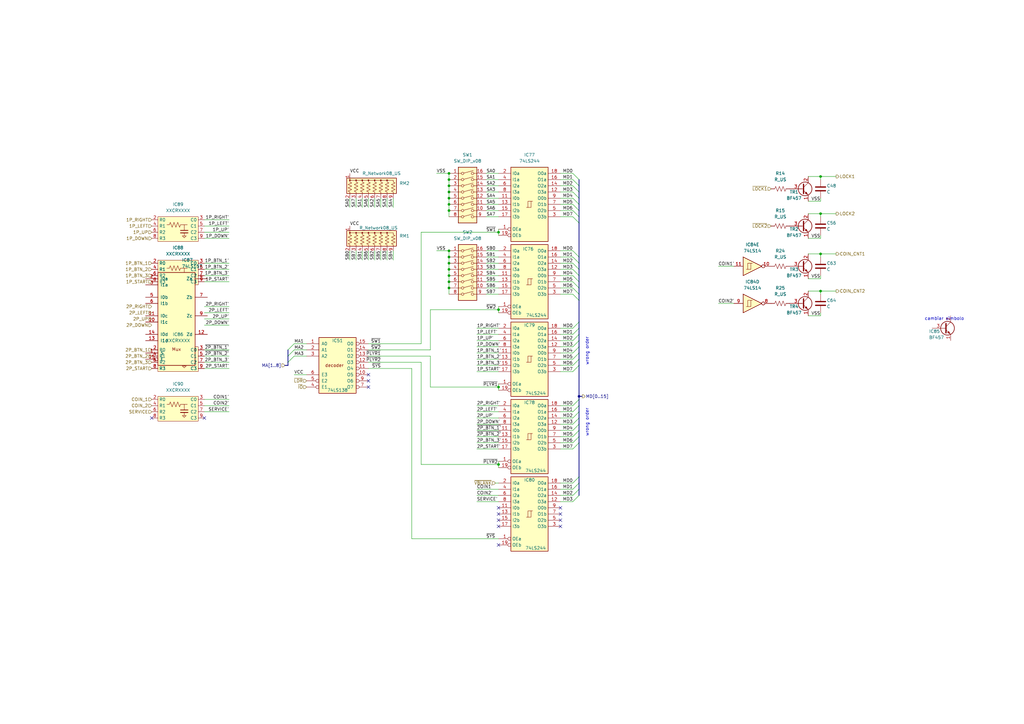
<source format=kicad_sch>
(kicad_sch (version 20231120) (generator "eeschema") (generator_version "8.0")
  (paper "A3")
  (title_block (title "CABINET I/O") (company "JOTEGO"))
  (lib_symbols
    (symbol "74xx:74LS14" (pin_names (offset 1.016))
      (property "Reference" "U" (at 0 1.27 0))
      (property "Value" "74LS14" (at 0 -1.27 0))
      (symbol "74LS14_1_0"
        (polyline (pts (xy -3.81 3.81) (xy -3.81 -3.81) (xy 3.81 0) (xy -3.81 3.81)) (stroke (width 0.254)) (fill (type background)))
        (pin input line (at -7.62 0 0) (length 3.81) (name "~") (number "1"))
        (pin output inverted (at 7.62 0 180) (length 3.81) (name "~") (number "2"))
      )
      (symbol "74LS14_1_1"
        (polyline (pts (xy -1.905 -1.27) (xy -1.905 1.27) (xy -0.635 1.27)))
        (polyline (pts (xy -2.54 -1.27) (xy -0.635 -1.27) (xy -0.635 1.27) (xy 0 1.27)))
      )
      (symbol "74LS14_2_0"
        (polyline (pts (xy -3.81 3.81) (xy -3.81 -3.81) (xy 3.81 0) (xy -3.81 3.81)) (stroke (width 0.254)) (fill (type background)))
        (pin input line (at -7.62 0 0) (length 3.81) (name "~") (number "3"))
        (pin output inverted (at 7.62 0 180) (length 3.81) (name "~") (number "4"))
      )
      (symbol "74LS14_2_1"
        (polyline (pts (xy -1.905 -1.27) (xy -1.905 1.27) (xy -0.635 1.27)))
        (polyline (pts (xy -2.54 -1.27) (xy -0.635 -1.27) (xy -0.635 1.27) (xy 0 1.27)))
      )
      (symbol "74LS14_3_0"
        (polyline (pts (xy -3.81 3.81) (xy -3.81 -3.81) (xy 3.81 0) (xy -3.81 3.81)) (stroke (width 0.254)) (fill (type background)))
        (pin input line (at -7.62 0 0) (length 3.81) (name "~") (number "5"))
        (pin output inverted (at 7.62 0 180) (length 3.81) (name "~") (number "6"))
      )
      (symbol "74LS14_3_1"
        (polyline (pts (xy -1.905 -1.27) (xy -1.905 1.27) (xy -0.635 1.27)))
        (polyline (pts (xy -2.54 -1.27) (xy -0.635 -1.27) (xy -0.635 1.27) (xy 0 1.27)))
      )
      (symbol "74LS14_4_0"
        (polyline (pts (xy -3.81 3.81) (xy -3.81 -3.81) (xy 3.81 0) (xy -3.81 3.81)) (stroke (width 0.254)) (fill (type background)))
        (pin output inverted (at 7.62 0 180) (length 3.81) (name "~") (number "8"))
        (pin input line (at -7.62 0 0) (length 3.81) (name "~") (number "9"))
      )
      (symbol "74LS14_4_1"
        (polyline (pts (xy -1.905 -1.27) (xy -1.905 1.27) (xy -0.635 1.27)))
        (polyline (pts (xy -2.54 -1.27) (xy -0.635 -1.27) (xy -0.635 1.27) (xy 0 1.27)))
      )
      (symbol "74LS14_5_0"
        (polyline (pts (xy -3.81 3.81) (xy -3.81 -3.81) (xy 3.81 0) (xy -3.81 3.81)) (stroke (width 0.254)) (fill (type background)))
        (pin output inverted (at 7.62 0 180) (length 3.81) (name "~") (number "10"))
        (pin input line (at -7.62 0 0) (length 3.81) (name "~") (number "11"))
      )
      (symbol "74LS14_5_1"
        (polyline (pts (xy -1.905 -1.27) (xy -1.905 1.27) (xy -0.635 1.27)))
        (polyline (pts (xy -2.54 -1.27) (xy -0.635 -1.27) (xy -0.635 1.27) (xy 0 1.27)))
      )
      (symbol "74LS14_6_0"
        (polyline (pts (xy -3.81 3.81) (xy -3.81 -3.81) (xy 3.81 0) (xy -3.81 3.81)) (stroke (width 0.254)) (fill (type background)))
        (pin output inverted (at 7.62 0 180) (length 3.81) (name "~") (number "12"))
        (pin input line (at -7.62 0 0) (length 3.81) (name "~") (number "13"))
      )
      (symbol "74LS14_6_1"
        (polyline (pts (xy -1.905 -1.27) (xy -1.905 1.27) (xy -0.635 1.27)))
        (polyline (pts (xy -2.54 -1.27) (xy -0.635 -1.27) (xy -0.635 1.27) (xy 0 1.27)))
      )
      (symbol "74LS14_7_0"
        (pin power_in line (at 0 12.7 270) (length 5.08) (name "VCC") (number "14"))
        (pin power_in line (at 0 -12.7 90) (length 5.08) (name "GND") (number "7"))
      )
      (symbol "74LS14_7_1"
        (rectangle (start -5.08 7.62) (end 5.08 -7.62) (stroke (width 0.254)) (fill (type background)))
      )
    )
    (symbol "Device:C" (pin_numbers hide) (pin_names (offset 0.254))
      (property "Reference" "C" (at 0.635 2.54 0))
      (property "Value" "C" (at 0.635 -2.54 0))
      (symbol "C_0_1"
        (polyline (pts (xy -2.032 -0.762) (xy 2.032 -0.762)) (stroke (width 0.508)))
        (polyline (pts (xy -2.032 0.762) (xy 2.032 0.762)) (stroke (width 0.508)))
      )
      (symbol "C_1_1"
        (pin passive line (at 0 3.81 270) (length 2.794) (name "~") (number "1"))
        (pin passive line (at 0 -3.81 90) (length 2.794) (name "~") (number "2"))
      )
    )
    (symbol "Device:R_Network08_US" (pin_names (offset 0) hide)
      (property "Reference" "RN" (at -12.7 0 90))
      (property "Value" "R_Network08_US" (at 10.16 0 90))
      (symbol "R_Network08_US_0_1"
        (rectangle (start -11.43 -3.175) (end 8.89 3.175) (stroke (width 0.254)) (fill (type background)))
        (circle (center -10.16 2.286) (radius 0.254) (fill (type outline)))
        (circle (center -7.62 2.286) (radius 0.254) (fill (type outline)))
        (circle (center -5.08 2.286) (radius 0.254) (fill (type outline)))
        (circle (center -2.54 2.286) (radius 0.254) (fill (type outline)))
        (polyline (pts (xy -10.16 2.286) (xy 7.62 2.286)))
        (polyline (pts (xy -10.16 2.286) (xy -10.16 1.524) (xy -9.398 1.1684) (xy -10.922 0.508) (xy -9.398 -0.1524) (xy -10.922 -0.8382) (xy -9.398 -1.524) (xy -10.922 -2.1844) (xy -10.16 -2.54) (xy -10.16 -3.81)))
        (polyline (pts (xy -7.62 2.286) (xy -7.62 1.524) (xy -6.858 1.1684) (xy -8.382 0.508) (xy -6.858 -0.1524) (xy -8.382 -0.8382) (xy -6.858 -1.524) (xy -8.382 -2.1844) (xy -7.62 -2.54) (xy -7.62 -3.81)))
        (polyline (pts (xy -5.08 2.286) (xy -5.08 1.524) (xy -4.318 1.1684) (xy -5.842 0.508) (xy -4.318 -0.1524) (xy -5.842 -0.8382) (xy -4.318 -1.524) (xy -5.842 -2.1844) (xy -5.08 -2.54) (xy -5.08 -3.81)))
        (polyline (pts (xy -2.54 2.286) (xy -2.54 1.524) (xy -1.778 1.1684) (xy -3.302 0.508) (xy -1.778 -0.1524) (xy -3.302 -0.8382) (xy -1.778 -1.524) (xy -3.302 -2.1844) (xy -2.54 -2.54) (xy -2.54 -3.81)))
        (polyline (pts (xy 0 2.286) (xy 0 1.524) (xy 0.762 1.1684) (xy -0.762 0.508) (xy 0.762 -0.1524) (xy -0.762 -0.8382) (xy 0.762 -1.524) (xy -0.762 -2.1844) (xy 0 -2.54) (xy 0 -3.81)))
        (polyline (pts (xy 2.54 2.286) (xy 2.54 1.524) (xy 3.302 1.1684) (xy 1.778 0.508) (xy 3.302 -0.1524) (xy 1.778 -0.8382) (xy 3.302 -1.524) (xy 1.778 -2.1844) (xy 2.54 -2.54) (xy 2.54 -3.81)))
        (polyline (pts (xy 5.08 2.286) (xy 5.08 1.524) (xy 5.842 1.1684) (xy 4.318 0.508) (xy 5.842 -0.1524) (xy 4.318 -0.8382) (xy 5.842 -1.524) (xy 4.318 -2.1844) (xy 5.08 -2.54) (xy 5.08 -3.81)))
        (polyline (pts (xy 7.62 2.286) (xy 7.62 1.524) (xy 8.382 1.1684) (xy 6.858 0.508) (xy 8.382 -0.1524) (xy 6.858 -0.8382) (xy 8.382 -1.524) (xy 6.858 -2.1844) (xy 7.62 -2.54) (xy 7.62 -3.81)))
        (circle (center 0 2.286) (radius 0.254) (fill (type outline)))
        (circle (center 2.54 2.286) (radius 0.254) (fill (type outline)))
        (circle (center 5.08 2.286) (radius 0.254) (fill (type outline)))
      )
      (symbol "R_Network08_US_1_1"
        (pin passive line (at -10.16 5.08 270) (length 2.54) (name "common") (number "1"))
        (pin passive line (at -10.16 -5.08 90) (length 1.27) (name "R1") (number "2"))
        (pin passive line (at -7.62 -5.08 90) (length 1.27) (name "R2") (number "3"))
        (pin passive line (at -5.08 -5.08 90) (length 1.27) (name "R3") (number "4"))
        (pin passive line (at -2.54 -5.08 90) (length 1.27) (name "R4") (number "5"))
        (pin passive line (at 0 -5.08 90) (length 1.27) (name "R5") (number "6"))
        (pin passive line (at 2.54 -5.08 90) (length 1.27) (name "R6") (number "7"))
        (pin passive line (at 5.08 -5.08 90) (length 1.27) (name "R7") (number "8"))
        (pin passive line (at 7.62 -5.08 90) (length 1.27) (name "R8") (number "9"))
      )
    )
    (symbol "Device:R_US" (pin_numbers hide) (pin_names (offset 0))
      (property "Reference" "R" (at 2.54 0 90))
      (property "Value" "R_US" (at -2.54 0 90))
      (symbol "R_US_0_1"
        (polyline (pts (xy 0 -2.286) (xy 0 -2.54)))
        (polyline (pts (xy 0 2.286) (xy 0 2.54)))
        (polyline (pts (xy 0 -0.762) (xy 1.016 -1.143) (xy 0 -1.524) (xy -1.016 -1.905) (xy 0 -2.286)))
        (polyline (pts (xy 0 0.762) (xy 1.016 0.381) (xy 0 0) (xy -1.016 -0.381) (xy 0 -0.762)))
        (polyline (pts (xy 0 2.286) (xy 1.016 1.905) (xy 0 1.524) (xy -1.016 1.143) (xy 0 0.762)))
      )
      (symbol "R_US_1_1"
        (pin passive line (at 0 3.81 270) (length 1.27) (name "~") (number "1"))
        (pin passive line (at 0 -3.81 90) (length 1.27) (name "~") (number "2"))
      )
    )
    (symbol "Switch:SW_DIP_x08" (pin_names (offset 0) hide)
      (property "Reference" "SW" (at 0 13.97 0))
      (property "Value" "SW_DIP_x08" (at 0 -11.43 0))
      (symbol "SW_DIP_x08_0_0"
        (circle (center -2.032 -7.62) (radius 0.508))
        (circle (center -2.032 -5.08) (radius 0.508))
        (circle (center -2.032 -2.54) (radius 0.508))
        (circle (center -2.032 0) (radius 0.508))
        (circle (center -2.032 2.54) (radius 0.508))
        (circle (center -2.032 5.08) (radius 0.508))
        (circle (center -2.032 7.62) (radius 0.508))
        (circle (center -2.032 10.16) (radius 0.508))
        (polyline (pts (xy -1.524 -7.4676) (xy 2.3622 -6.4262)))
        (polyline (pts (xy -1.524 -4.9276) (xy 2.3622 -3.8862)))
        (polyline (pts (xy -1.524 -2.3876) (xy 2.3622 -1.3462)))
        (polyline (pts (xy -1.524 0.127) (xy 2.3622 1.1684)))
        (polyline (pts (xy -1.524 2.667) (xy 2.3622 3.7084)))
        (polyline (pts (xy -1.524 5.207) (xy 2.3622 6.2484)))
        (polyline (pts (xy -1.524 7.747) (xy 2.3622 8.7884)))
        (polyline (pts (xy -1.524 10.287) (xy 2.3622 11.3284)))
        (circle (center 2.032 -7.62) (radius 0.508))
        (circle (center 2.032 -5.08) (radius 0.508))
        (circle (center 2.032 -2.54) (radius 0.508))
        (circle (center 2.032 0) (radius 0.508))
        (circle (center 2.032 2.54) (radius 0.508))
        (circle (center 2.032 5.08) (radius 0.508))
        (circle (center 2.032 7.62) (radius 0.508))
        (circle (center 2.032 10.16) (radius 0.508))
      )
      (symbol "SW_DIP_x08_0_1"
        (rectangle (start -3.81 12.7) (end 3.81 -10.16) (stroke (width 0.254)) (fill (type background)))
      )
      (symbol "SW_DIP_x08_1_1"
        (pin passive line (at -7.62 10.16 0) (length 5.08) (name "~") (number "1"))
        (pin passive line (at 7.62 -5.08 180) (length 5.08) (name "~") (number "10"))
        (pin passive line (at 7.62 -2.54 180) (length 5.08) (name "~") (number "11"))
        (pin passive line (at 7.62 0 180) (length 5.08) (name "~") (number "12"))
        (pin passive line (at 7.62 2.54 180) (length 5.08) (name "~") (number "13"))
        (pin passive line (at 7.62 5.08 180) (length 5.08) (name "~") (number "14"))
        (pin passive line (at 7.62 7.62 180) (length 5.08) (name "~") (number "15"))
        (pin passive line (at 7.62 10.16 180) (length 5.08) (name "~") (number "16"))
        (pin passive line (at -7.62 7.62 0) (length 5.08) (name "~") (number "2"))
        (pin passive line (at -7.62 5.08 0) (length 5.08) (name "~") (number "3"))
        (pin passive line (at -7.62 2.54 0) (length 5.08) (name "~") (number "4"))
        (pin passive line (at -7.62 0 0) (length 5.08) (name "~") (number "5"))
        (pin passive line (at -7.62 -2.54 0) (length 5.08) (name "~") (number "6"))
        (pin passive line (at -7.62 -5.08 0) (length 5.08) (name "~") (number "7"))
        (pin passive line (at -7.62 -7.62 0) (length 5.08) (name "~") (number "8"))
        (pin passive line (at 7.62 -7.62 180) (length 5.08) (name "~") (number "9"))
      )
    )
    (symbol "Transistor_BJT:BF457" (pin_names (offset 0) hide)
      (property "Reference" "Q" (at 5.08 1.905 0))
      (property "Value" "BF457" (at 5.08 0 0))
      (symbol "BF457_0_1"
        (polyline (pts (xy 0 0) (xy 0.635 0)))
        (polyline (pts (xy 0.635 0.635) (xy 2.54 2.54)))
        (polyline (pts (xy 0.635 -0.635) (xy 2.54 -2.54) (xy 2.54 -2.54)))
        (polyline (pts (xy 0.635 1.905) (xy 0.635 -1.905) (xy 0.635 -1.905)) (stroke (width 0.508)))
        (polyline (pts (xy 1.27 -1.778) (xy 1.778 -1.27) (xy 2.286 -2.286) (xy 1.27 -1.778) (xy 1.27 -1.778)) (fill (type outline)))
        (circle (center 1.27 0) (radius 2.8194) (stroke (width 0.254)))
      )
      (symbol "BF457_1_1"
        (pin passive line (at 2.54 -5.08 90) (length 2.54) (name "E") (number "1"))
        (pin passive line (at 2.54 5.08 270) (length 2.54) (name "C") (number "2"))
        (pin input line (at -5.08 0 0) (length 5.08) (name "B") (number "3"))
      )
    )
    (symbol "XXCRXXXX_1" (pin_names (offset 1.016))
      (property "Reference" "IC87" (at 2.1941 22.86 0))
      (property "Value" "74LS157" (at 2.1941 20.32 0))
      (symbol "XXCRXXXX_1_1_0"
        (pin input line (at -12.7 -15.24 0) (length 5.08) (name "S") (number "1"))
        (pin input line (at -12.7 -2.54 0) (length 5.08) (name "I1c") (number "10"))
        (pin input line (at -12.7 0 0) (length 5.08) (name "I0c") (number "11"))
        (pin output line (at 12.7 -7.62 180) (length 5.08) (name "Zd") (number "12"))
        (pin input line (at -12.7 -10.16 0) (length 5.08) (name "I1d") (number "13"))
        (pin input line (at -12.7 -7.62 0) (length 5.08) (name "I0d") (number "14"))
        (pin input inverted (at -12.7 -17.78 0) (length 5.08) (name "E") (number "15"))
        (pin power_in line (at 0 22.86 270) (length 5.08) hide (name "VCC") (number "16"))
        (pin input line (at -12.7 15.24 0) (length 5.08) (name "I0a") (number "2"))
        (pin input line (at -12.7 12.7 0) (length 5.08) (name "I1a") (number "3"))
        (pin output line (at 12.7 15.24 180) (length 5.08) (name "Za") (number "4"))
        (pin input line (at -12.7 7.62 0) (length 5.08) (name "I0b") (number "5"))
        (pin input line (at -12.7 5.08 0) (length 5.08) (name "I1b") (number "6"))
        (pin output line (at 12.7 7.62 180) (length 5.08) (name "Zb") (number "7"))
        (pin power_in line (at 0 -25.4 90) (length 5.08) hide (name "GND") (number "8"))
        (pin output line (at 12.7 0 180) (length 5.08) (name "Zc") (number "9"))
      )
      (symbol "XXCRXXXX_1_1_1"
        (rectangle (start -7.62 17.78) (end 7.62 -20.32) (stroke (width 0.254)) (fill (type background)))
        (text "Mux\n" (at 0 -13.716 0) (effects (font (size 1.27 1.27))))
      )
    )
    (symbol "arcade:XXCRXXXX"
      (property "Reference" "U" (at 4.445 6.35 0))
      (property "Value" "XXCRXXXX" (at -2.54 6.35 0))
      (symbol "XXCRXXXX_0_1"
        (rectangle (start -7.62 5.08) (end 8.89 -5.08) (stroke (width 0.1524)) (fill (type background)))
        (polyline (pts (xy -2.921 1.778) (xy -3.937 1.778)) (stroke (width 0.1524)))
        (polyline (pts (xy 1.651 -1.524) (xy 4.699 -1.524)) (stroke (width 0.3302)))
        (polyline (pts (xy 1.651 -0.508) (xy 4.699 -0.508)) (stroke (width 0.3048)))
        (polyline (pts (xy 2.413 -2.794) (xy 3.937 -2.794)) (stroke (width 0.1524)))
        (polyline (pts (xy 2.667 1.778) (xy 1.651 1.778)) (stroke (width 0.1524)))
        (polyline (pts (xy 2.667 1.778) (xy 4.445 1.778)) (stroke (width 0.1524)))
        (polyline (pts (xy 3.175 -1.524) (xy 3.175 -2.794)) (stroke (width 0.1524)))
        (polyline (pts (xy 3.175 -0.254) (xy 3.175 -0.508)) (stroke (width 0.1524)))
        (polyline (pts (xy 3.175 1.778) (xy 3.175 -0.254)) (stroke (width 0.1524)))
        (polyline (pts (xy 3.937 -2.794) (xy 3.175 -3.556) (xy 2.413 -2.794)) (stroke (width 0.1524)))
        (polyline (pts (xy -2.921 1.778) (xy -2.54 2.794) (xy -2.159 1.778) (xy -1.778 0.762) (xy -1.397 1.778)))
        (polyline (pts (xy -1.397 1.778) (xy -1.016 2.794) (xy -0.635 1.778) (xy -0.254 0.762) (xy 0.127 1.778)))
        (polyline (pts (xy 0.127 1.778) (xy 0.508 2.794) (xy 0.889 1.778) (xy 1.27 0.762) (xy 1.651 1.778)))
      )
      (symbol "XXCRXXXX_1_1"
        (pin power_in line (at 0.635 5.08 270) (length 2.54) hide (name "VCC") (number "1"))
        (pin power_in line (at 0.635 -5.08 90) (length 2.54) hide (name "VSS") (number "10"))
        (pin input line (at -10.16 3.81 0) (length 2.54) (name "R0") (number "2"))
        (pin output line (at 11.43 3.81 180) (length 2.54) (name "C0") (number "3"))
        (pin input line (at -10.16 1.27 0) (length 2.54) (name "R1") (number "4"))
        (pin output line (at 11.43 1.27 180) (length 2.54) (name "C1") (number "5"))
        (pin input line (at -10.16 -1.27 0) (length 2.54) (name "R2") (number "6"))
        (pin output line (at 11.43 -1.27 180) (length 2.54) (name "C2") (number "7"))
        (pin input line (at -10.16 -3.81 0) (length 2.54) (name "R3") (number "8"))
        (pin output line (at 11.43 -3.81 180) (length 2.54) (name "C3") (number "9"))
      )
    )
    (symbol "jt74:74LS138" (pin_names (offset 1.016))
      (property "Reference" "U" (at 6.35 11.43 0))
      (property "Value" "74LS138" (at 3.81 -13.97 0))
      (symbol "74LS138_0_0"
        (text "decoder" (at -1.27 -1.27 0) (effects (font (size 1.27 1.27))))
      )
      (symbol "74LS138_1_0"
        (pin input line (at -12.7 7.62 0) (length 5.08) (name "A0") (number "1"))
        (pin output inverted (at 12.7 -5.08 180) (length 5.08) (name "O5") (number "10"))
        (pin output inverted (at 12.7 -2.54 180) (length 5.08) (name "O4") (number "11"))
        (pin output inverted (at 12.7 0 180) (length 5.08) (name "O3") (number "12"))
        (pin output inverted (at 12.7 2.54 180) (length 5.08) (name "O2") (number "13"))
        (pin output inverted (at 12.7 5.08 180) (length 5.08) (name "O1") (number "14"))
        (pin output inverted (at 12.7 7.62 180) (length 5.08) (name "O0") (number "15"))
        (pin input line (at -12.7 5.08 0) (length 5.08) (name "A1") (number "2"))
        (pin input line (at -12.7 2.54 0) (length 5.08) (name "A2") (number "3"))
        (pin input inverted (at -12.7 -10.16 0) (length 5.08) (name "E1") (number "4"))
        (pin input inverted (at -12.7 -7.62 0) (length 5.08) (name "E2") (number "5"))
        (pin input line (at -12.7 -5.08 0) (length 5.08) (name "E3") (number "6"))
        (pin output inverted (at 12.7 -10.16 180) (length 5.08) (name "O7") (number "7"))
        (pin output inverted (at 12.7 -7.62 180) (length 5.08) (name "O6") (number "9"))
      )
      (symbol "74LS138_1_1"
        (rectangle (start -7.62 10.16) (end 7.62 -12.7) (stroke (width 0.254)) (fill (type background)))
      )
    )
    (symbol "jt74:74LS244"
      (property "Reference" "U" (at -7.62 16.51 0))
      (property "Value" "74LS244" (at -3.81 -21.59 0))
      (symbol "74LS244_1_0"
        (polyline (pts (xy -0.635 -1.27) (xy -0.635 1.27) (xy 0.635 1.27)))
        (polyline (pts (xy -1.27 -1.27) (xy 0.635 -1.27) (xy 0.635 1.27) (xy 1.27 1.27)))
        (pin input inverted (at -12.7 -10.16 0) (length 5.08) (name "OEa") (number "1"))
        (pin power_in line (at 0 -15.24 90) (length 5.08) hide (name "VSS") (number "10"))
        (pin input line (at -12.7 2.54 0) (length 5.08) (name "I0b") (number "11"))
        (pin tri_state line (at 12.7 5.08 180) (length 5.08) (name "O3a") (number "12"))
        (pin input line (at -12.7 0 0) (length 5.08) (name "I1b") (number "13"))
        (pin tri_state line (at 12.7 7.62 180) (length 5.08) (name "O2a") (number "14"))
        (pin input line (at -12.7 -2.54 0) (length 5.08) (name "I2b") (number "15"))
        (pin tri_state line (at 12.7 10.16 180) (length 5.08) (name "O1a") (number "16"))
        (pin input line (at -12.7 -5.08 0) (length 5.08) (name "I3b") (number "17"))
        (pin tri_state line (at 12.7 12.7 180) (length 5.08) (name "O0a") (number "18"))
        (pin input inverted (at -12.7 -12.7 0) (length 5.08) (name "OEb") (number "19"))
        (pin input line (at -12.7 12.7 0) (length 5.08) (name "I0a") (number "2"))
        (pin power_in line (at 0 15.24 270) (length 5.08) hide (name "VCC") (number "20"))
        (pin tri_state line (at 12.7 -5.08 180) (length 5.08) (name "O3b") (number "3"))
        (pin input line (at -12.7 10.16 0) (length 5.08) (name "I1a") (number "4"))
        (pin tri_state line (at 12.7 -2.54 180) (length 5.08) (name "O2b") (number "5"))
        (pin input line (at -12.7 7.62 0) (length 5.08) (name "I2a") (number "6"))
        (pin tri_state line (at 12.7 0 180) (length 5.08) (name "O1b") (number "7"))
        (pin input line (at -12.7 5.08 0) (length 5.08) (name "I3a") (number "8"))
        (pin tri_state line (at 12.7 2.54 180) (length 5.08) (name "O0b") (number "9"))
      )
      (symbol "74LS244_1_1"
        (rectangle (start -7.62 15.24) (end 7.62 -15.24) (stroke (width 0.254)) (fill (type background)))
      )
    )
  )
  (junction (at 184.15 118.11))
  (junction (at 184.15 73.66))
  (junction (at 184.15 113.03))
  (junction (at 336.55 87.63))
  (junction (at 184.15 102.87))
  (junction (at 204.47 158.75))
  (junction (at 184.15 78.74))
  (junction (at 336.55 119.38))
  (junction (at 204.47 190.5))
  (junction (at 184.15 110.49))
  (junction (at 184.15 83.82))
  (junction (at 204.47 127))
  (junction (at 184.15 76.2))
  (junction (at 336.55 104.14))
  (junction (at 237.49 162.56))
  (junction (at 184.15 81.28))
  (junction (at 184.15 71.12))
  (junction (at 184.15 115.57))
  (junction (at 336.55 72.39))
  (junction (at 184.15 86.36))
  (junction (at 184.15 105.41))
  (junction (at 204.47 95.25))
  (junction (at 184.15 107.95))
  (no_connect (at 204.47 208.28))
  (no_connect (at 229.87 210.82))
  (no_connect (at 229.87 213.36))
  (no_connect (at 229.87 215.9))
  (no_connect (at 204.47 223.52))
  (no_connect (at 151.13 153.67))
  (no_connect (at 204.47 215.9))
  (no_connect (at 204.47 213.36))
  (no_connect (at 62.23 171.45))
  (no_connect (at 151.13 158.75))
  (no_connect (at 83.82 171.45))
  (no_connect (at 229.87 208.28))
  (no_connect (at 151.13 156.21))
  (no_connect (at 204.47 210.82))
  (bus_entry (at 234.95 198.12) (size 2.54 -2.54))
  (bus_entry (at 234.95 107.95) (size 2.54 2.54))
  (bus_entry (at 234.95 179.07) (size 2.54 -2.54))
  (bus_entry (at 234.95 203.2) (size 2.54 -2.54))
  (bus_entry (at 234.95 88.9) (size 2.54 2.54))
  (bus_entry (at 234.95 81.28) (size 2.54 2.54))
  (bus_entry (at 234.95 166.37) (size 2.54 -2.54))
  (bus_entry (at 234.95 78.74) (size 2.54 2.54))
  (bus_entry (at 234.95 137.16) (size 2.54 -2.54))
  (bus_entry (at 234.95 86.36) (size 2.54 2.54))
  (bus_entry (at 234.95 105.41) (size 2.54 2.54))
  (bus_entry (at 234.95 184.15) (size 2.54 -2.54))
  (bus_entry (at 234.95 115.57) (size 2.54 2.54))
  (bus_entry (at 234.95 102.87) (size 2.54 2.54))
  (bus_entry (at 234.95 83.82) (size 2.54 2.54))
  (bus_entry (at 234.95 144.78) (size 2.54 -2.54))
  (bus_entry (at 234.95 142.24) (size 2.54 -2.54))
  (bus_entry (at 234.95 205.74) (size 2.54 -2.54))
  (bus_entry (at 234.95 200.66) (size 2.54 -2.54))
  (bus_entry (at 234.95 120.65) (size 2.54 2.54))
  (bus_entry (at 234.95 76.2) (size 2.54 2.54))
  (bus_entry (at 234.95 176.53) (size 2.54 -2.54))
  (bus_entry (at 234.95 181.61) (size 2.54 -2.54))
  (bus_entry (at 120.65 143.51) (size -2.54 2.54))
  (bus_entry (at 234.95 147.32) (size 2.54 -2.54))
  (bus_entry (at 234.95 168.91) (size 2.54 -2.54))
  (bus_entry (at 120.65 146.05) (size -2.54 2.54))
  (bus_entry (at 234.95 73.66) (size 2.54 2.54))
  (bus_entry (at 234.95 171.45) (size 2.54 -2.54))
  (bus_entry (at 234.95 118.11) (size 2.54 2.54))
  (bus_entry (at 234.95 134.62) (size 2.54 -2.54))
  (bus_entry (at 120.65 140.97) (size -2.54 2.54))
  (bus_entry (at 234.95 173.99) (size 2.54 -2.54))
  (bus_entry (at 234.95 110.49) (size 2.54 2.54))
  (bus_entry (at 234.95 71.12) (size 2.54 2.54))
  (bus_entry (at 234.95 139.7) (size 2.54 -2.54))
  (bus_entry (at 234.95 149.86) (size 2.54 -2.54))
  (bus_entry (at 234.95 113.03) (size 2.54 2.54))
  (bus_entry (at 234.95 152.4) (size 2.54 -2.54))
  (bus (pts (xy 237.49 163.83) (xy 237.49 166.37)))
  (wire (pts (xy 195.58 203.2) (xy 204.47 203.2)))
  (wire (pts (xy 195.58 181.61) (xy 204.47 181.61)))
  (wire (pts (xy 336.55 72.39) (xy 336.55 73.66)))
  (bus (pts (xy 237.49 73.66) (xy 237.49 76.2)))
  (bus (pts (xy 237.49 162.56) (xy 237.49 163.83)))
  (wire (pts (xy 229.87 184.15) (xy 234.95 184.15)))
  (wire (pts (xy 203.2 198.12) (xy 204.47 198.12)))
  (wire (pts (xy 229.87 179.07) (xy 234.95 179.07)))
  (wire (pts (xy 184.15 71.12) (xy 184.15 73.66)))
  (wire (pts (xy 204.47 86.36) (xy 199.39 86.36)))
  (wire (pts (xy 204.47 71.12) (xy 199.39 71.12)))
  (wire (pts (xy 229.87 166.37) (xy 234.95 166.37)))
  (bus (pts (xy 237.49 200.66) (xy 237.49 203.2)))
  (wire (pts (xy 336.55 119.38) (xy 342.9 119.38)))
  (wire (pts (xy 195.58 137.16) (xy 204.47 137.16)))
  (wire (pts (xy 195.58 134.62) (xy 204.47 134.62)))
  (bus (pts (xy 237.49 120.65) (xy 237.49 123.19)))
  (bus (pts (xy 237.49 147.32) (xy 237.49 149.86)))
  (wire (pts (xy 156.21 106.68) (xy 156.21 102.87)))
  (bus (pts (xy 237.49 181.61) (xy 237.49 195.58)))
  (wire (pts (xy 195.58 205.74) (xy 204.47 205.74)))
  (wire (pts (xy 336.55 72.39) (xy 342.9 72.39)))
  (wire (pts (xy 229.87 139.7) (xy 234.95 139.7)))
  (wire (pts (xy 83.82 95.25) (xy 93.98 95.25)))
  (wire (pts (xy 199.39 105.41) (xy 204.47 105.41)))
  (bus (pts (xy 118.11 148.59) (xy 118.11 149.86)))
  (wire (pts (xy 229.87 176.53) (xy 234.95 176.53)))
  (wire (pts (xy 199.39 110.49) (xy 204.47 110.49)))
  (wire (pts (xy 148.59 106.68) (xy 148.59 102.87)))
  (wire (pts (xy 83.82 151.13) (xy 93.98 151.13)))
  (wire (pts (xy 184.15 118.11) (xy 184.15 120.65)))
  (bus (pts (xy 237.49 168.91) (xy 237.49 171.45)))
  (wire (pts (xy 229.87 137.16) (xy 234.95 137.16)))
  (wire (pts (xy 229.87 147.32) (xy 234.95 147.32)))
  (wire (pts (xy 151.13 143.51) (xy 176.53 143.51)))
  (wire (pts (xy 199.39 118.11) (xy 204.47 118.11)))
  (wire (pts (xy 204.47 95.25) (xy 204.47 93.98)))
  (wire (pts (xy 229.87 120.65) (xy 234.95 120.65)))
  (wire (pts (xy 229.87 73.66) (xy 234.95 73.66)))
  (wire (pts (xy 146.05 106.68) (xy 146.05 102.87)))
  (bus (pts (xy 237.49 76.2) (xy 237.49 78.74)))
  (wire (pts (xy 184.15 107.95) (xy 184.15 110.49)))
  (wire (pts (xy 229.87 115.57) (xy 234.95 115.57)))
  (bus (pts (xy 237.49 88.9) (xy 237.49 91.44)))
  (wire (pts (xy 229.87 118.11) (xy 234.95 118.11)))
  (wire (pts (xy 229.87 83.82) (xy 234.95 83.82)))
  (bus (pts (xy 237.49 86.36) (xy 237.49 88.9)))
  (wire (pts (xy 83.82 107.95) (xy 93.98 107.95)))
  (wire (pts (xy 83.82 166.37) (xy 93.98 166.37)))
  (wire (pts (xy 151.13 106.68) (xy 151.13 102.87)))
  (wire (pts (xy 229.87 144.78) (xy 234.95 144.78)))
  (bus (pts (xy 237.49 83.82) (xy 237.49 86.36)))
  (wire (pts (xy 294.64 124.46) (xy 300.99 124.46)))
  (wire (pts (xy 83.82 90.17) (xy 93.98 90.17)))
  (wire (pts (xy 120.65 143.51) (xy 125.73 143.51)))
  (wire (pts (xy 143.51 106.68) (xy 143.51 102.87)))
  (wire (pts (xy 195.58 139.7) (xy 204.47 139.7)))
  (wire (pts (xy 83.82 130.81) (xy 93.98 130.81)))
  (wire (pts (xy 176.53 158.75) (xy 204.47 158.75)))
  (wire (pts (xy 176.53 127) (xy 176.53 143.51)))
  (wire (pts (xy 331.47 129.54) (xy 336.55 129.54)))
  (wire (pts (xy 331.47 114.3) (xy 336.55 114.3)))
  (wire (pts (xy 199.39 115.57) (xy 204.47 115.57)))
  (wire (pts (xy 184.15 73.66) (xy 184.15 76.2)))
  (wire (pts (xy 120.65 153.67) (xy 125.73 153.67)))
  (wire (pts (xy 204.47 88.9) (xy 199.39 88.9)))
  (wire (pts (xy 153.67 106.68) (xy 153.67 102.87)))
  (wire (pts (xy 172.72 95.25) (xy 204.47 95.25)))
  (bus (pts (xy 237.49 105.41) (xy 237.49 107.95)))
  (wire (pts (xy 83.82 115.57) (xy 93.98 115.57)))
  (wire (pts (xy 195.58 176.53) (xy 204.47 176.53)))
  (wire (pts (xy 229.87 71.12) (xy 234.95 71.12)))
  (wire (pts (xy 83.82 163.83) (xy 93.98 163.83)))
  (bus (pts (xy 237.49 81.28) (xy 237.49 83.82)))
  (bus (pts (xy 237.49 118.11) (xy 237.49 120.65)))
  (wire (pts (xy 229.87 200.66) (xy 234.95 200.66)))
  (wire (pts (xy 229.87 171.45) (xy 234.95 171.45)))
  (wire (pts (xy 151.13 85.09) (xy 151.13 81.28)))
  (wire (pts (xy 336.55 104.14) (xy 336.55 105.41)))
  (wire (pts (xy 229.87 81.28) (xy 234.95 81.28)))
  (wire (pts (xy 195.58 147.32) (xy 204.47 147.32)))
  (wire (pts (xy 229.87 149.86) (xy 234.95 149.86)))
  (bus (pts (xy 237.49 110.49) (xy 237.49 113.03)))
  (wire (pts (xy 229.87 205.74) (xy 234.95 205.74)))
  (wire (pts (xy 229.87 152.4) (xy 234.95 152.4)))
  (wire (pts (xy 179.07 102.87) (xy 184.15 102.87)))
  (wire (pts (xy 151.13 146.05) (xy 176.53 146.05)))
  (wire (pts (xy 161.29 85.09) (xy 161.29 81.28)))
  (bus (pts (xy 237.49 113.03) (xy 237.49 115.57)))
  (bus (pts (xy 237.49 166.37) (xy 237.49 168.91)))
  (wire (pts (xy 229.87 168.91) (xy 234.95 168.91)))
  (wire (pts (xy 336.55 129.54) (xy 336.55 128.27)))
  (bus (pts (xy 237.49 195.58) (xy 237.49 198.12)))
  (wire (pts (xy 168.91 220.98) (xy 204.47 220.98)))
  (bus (pts (xy 237.49 91.44) (xy 237.49 105.41)))
  (wire (pts (xy 229.87 134.62) (xy 234.95 134.62)))
  (wire (pts (xy 184.15 102.87) (xy 184.15 105.41)))
  (bus (pts (xy 237.49 176.53) (xy 237.49 179.07)))
  (bus (pts (xy 237.49 132.08) (xy 237.49 134.62)))
  (bus (pts (xy 237.49 171.45) (xy 237.49 173.99)))
  (wire (pts (xy 184.15 76.2) (xy 184.15 78.74)))
  (wire (pts (xy 83.82 143.51) (xy 93.98 143.51)))
  (wire (pts (xy 148.59 85.09) (xy 148.59 81.28)))
  (wire (pts (xy 229.87 203.2) (xy 234.95 203.2)))
  (wire (pts (xy 229.87 173.99) (xy 234.95 173.99)))
  (wire (pts (xy 204.47 81.28) (xy 199.39 81.28)))
  (bus (pts (xy 237.49 179.07) (xy 237.49 181.61)))
  (bus (pts (xy 237.49 137.16) (xy 237.49 139.7)))
  (wire (pts (xy 229.87 78.74) (xy 234.95 78.74)))
  (wire (pts (xy 195.58 171.45) (xy 204.47 171.45)))
  (wire (pts (xy 184.15 115.57) (xy 184.15 118.11)))
  (wire (pts (xy 195.58 179.07) (xy 204.47 179.07)))
  (wire (pts (xy 229.87 142.24) (xy 234.95 142.24)))
  (wire (pts (xy 151.13 148.59) (xy 172.72 148.59)))
  (wire (pts (xy 83.82 113.03) (xy 93.98 113.03)))
  (wire (pts (xy 294.64 109.22) (xy 300.99 109.22)))
  (wire (pts (xy 331.47 97.79) (xy 336.55 97.79)))
  (wire (pts (xy 331.47 72.39) (xy 336.55 72.39)))
  (wire (pts (xy 83.82 133.35) (xy 93.98 133.35)))
  (wire (pts (xy 172.72 190.5) (xy 204.47 190.5)))
  (bus (pts (xy 118.11 143.51) (xy 118.11 146.05)))
  (wire (pts (xy 83.82 110.49) (xy 93.98 110.49)))
  (bus (pts (xy 237.49 149.86) (xy 237.49 162.56)))
  (wire (pts (xy 168.91 151.13) (xy 168.91 220.98)))
  (wire (pts (xy 229.87 181.61) (xy 234.95 181.61)))
  (wire (pts (xy 195.58 184.15) (xy 204.47 184.15)))
  (wire (pts (xy 331.47 104.14) (xy 336.55 104.14)))
  (wire (pts (xy 172.72 95.25) (xy 172.72 140.97)))
  (wire (pts (xy 336.55 97.79) (xy 336.55 96.52)))
  (wire (pts (xy 229.87 88.9) (xy 234.95 88.9)))
  (wire (pts (xy 336.55 104.14) (xy 342.9 104.14)))
  (wire (pts (xy 146.05 85.09) (xy 146.05 81.28)))
  (wire (pts (xy 229.87 107.95) (xy 234.95 107.95)))
  (wire (pts (xy 195.58 166.37) (xy 204.47 166.37)))
  (wire (pts (xy 184.15 113.03) (xy 184.15 115.57)))
  (wire (pts (xy 143.51 85.09) (xy 143.51 81.28)))
  (wire (pts (xy 83.82 92.71) (xy 93.98 92.71)))
  (bus (pts (xy 237.49 115.57) (xy 237.49 118.11)))
  (wire (pts (xy 204.47 78.74) (xy 199.39 78.74)))
  (wire (pts (xy 83.82 125.73) (xy 93.98 125.73)))
  (bus (pts (xy 237.49 107.95) (xy 237.49 110.49)))
  (wire (pts (xy 204.47 95.25) (xy 204.47 96.52)))
  (wire (pts (xy 195.58 144.78) (xy 204.47 144.78)))
  (wire (pts (xy 204.47 83.82) (xy 199.39 83.82)))
  (wire (pts (xy 331.47 82.55) (xy 336.55 82.55)))
  (wire (pts (xy 204.47 127) (xy 204.47 128.27)))
  (wire (pts (xy 125.73 146.05) (xy 120.65 146.05)))
  (wire (pts (xy 153.67 85.09) (xy 153.67 81.28)))
  (wire (pts (xy 125.73 140.97) (xy 120.65 140.97)))
  (wire (pts (xy 195.58 149.86) (xy 204.47 149.86)))
  (bus (pts (xy 118.11 146.05) (xy 118.11 148.59)))
  (wire (pts (xy 179.07 71.12) (xy 184.15 71.12)))
  (wire (pts (xy 83.82 146.05) (xy 93.98 146.05)))
  (wire (pts (xy 176.53 158.75) (xy 176.53 146.05)))
  (wire (pts (xy 336.55 119.38) (xy 336.55 120.65)))
  (wire (pts (xy 199.39 107.95) (xy 204.47 107.95)))
  (wire (pts (xy 204.47 190.5) (xy 204.47 191.77)))
  (wire (pts (xy 195.58 200.66) (xy 204.47 200.66)))
  (wire (pts (xy 156.21 85.09) (xy 156.21 81.28)))
  (wire (pts (xy 184.15 83.82) (xy 184.15 86.36)))
  (wire (pts (xy 184.15 110.49) (xy 184.15 113.03)))
  (wire (pts (xy 158.75 85.09) (xy 158.75 81.28)))
  (bus (pts (xy 118.11 149.86) (xy 116.84 149.86)))
  (wire (pts (xy 204.47 76.2) (xy 199.39 76.2)))
  (wire (pts (xy 204.47 127) (xy 204.47 125.73)))
  (bus (pts (xy 237.49 123.19) (xy 237.49 132.08)))
  (wire (pts (xy 161.29 106.68) (xy 161.29 102.87)))
  (wire (pts (xy 229.87 198.12) (xy 234.95 198.12)))
  (wire (pts (xy 151.13 140.97) (xy 172.72 140.97)))
  (bus (pts (xy 237.49 162.56) (xy 238.76 162.56)))
  (wire (pts (xy 331.47 119.38) (xy 336.55 119.38)))
  (wire (pts (xy 195.58 168.91) (xy 204.47 168.91)))
  (bus (pts (xy 237.49 142.24) (xy 237.49 144.78)))
  (wire (pts (xy 83.82 128.27) (xy 93.98 128.27)))
  (wire (pts (xy 83.82 148.59) (xy 93.98 148.59)))
  (wire (pts (xy 204.47 73.66) (xy 199.39 73.66)))
  (wire (pts (xy 336.55 114.3) (xy 336.55 113.03)))
  (bus (pts (xy 237.49 173.99) (xy 237.49 176.53)))
  (wire (pts (xy 336.55 87.63) (xy 342.9 87.63)))
  (wire (pts (xy 195.58 173.99) (xy 204.47 173.99)))
  (wire (pts (xy 158.75 106.68) (xy 158.75 102.87)))
  (wire (pts (xy 204.47 158.75) (xy 204.47 160.02)))
  (wire (pts (xy 331.47 87.63) (xy 336.55 87.63)))
  (wire (pts (xy 229.87 86.36) (xy 234.95 86.36)))
  (wire (pts (xy 184.15 78.74) (xy 184.15 81.28)))
  (bus (pts (xy 237.49 198.12) (xy 237.49 200.66)))
  (bus (pts (xy 237.49 139.7) (xy 237.49 142.24)))
  (wire (pts (xy 83.82 97.79) (xy 93.98 97.79)))
  (wire (pts (xy 336.55 82.55) (xy 336.55 81.28)))
  (wire (pts (xy 184.15 105.41) (xy 184.15 107.95)))
  (bus (pts (xy 237.49 78.74) (xy 237.49 81.28)))
  (wire (pts (xy 195.58 142.24) (xy 204.47 142.24)))
  (wire (pts (xy 195.58 152.4) (xy 204.47 152.4)))
  (wire (pts (xy 204.47 157.48) (xy 204.47 158.75)))
  (wire (pts (xy 176.53 127) (xy 204.47 127)))
  (wire (pts (xy 229.87 105.41) (xy 234.95 105.41)))
  (wire (pts (xy 151.13 151.13) (xy 168.91 151.13)))
  (wire (pts (xy 172.72 148.59) (xy 172.72 190.5)))
  (bus (pts (xy 237.49 134.62) (xy 237.49 137.16)))
  (wire (pts (xy 229.87 110.49) (xy 234.95 110.49)))
  (wire (pts (xy 83.82 168.91) (xy 93.98 168.91)))
  (wire (pts (xy 199.39 120.65) (xy 204.47 120.65)))
  (bus (pts (xy 237.49 144.78) (xy 237.49 147.32)))
  (wire (pts (xy 199.39 113.03) (xy 204.47 113.03)))
  (wire (pts (xy 336.55 87.63) (xy 336.55 88.9)))
  (wire (pts (xy 229.87 102.87) (xy 234.95 102.87)))
  (wire (pts (xy 184.15 86.36) (xy 184.15 88.9)))
  (wire (pts (xy 204.47 189.23) (xy 204.47 190.5)))
  (wire (pts (xy 184.15 81.28) (xy 184.15 83.82)))
  (wire (pts (xy 229.87 113.03) (xy 234.95 113.03)))
  (wire (pts (xy 199.39 102.87) (xy 204.47 102.87)))
  (wire (pts (xy 229.87 76.2) (xy 234.95 76.2)))
  (text "cambiar simbolo\n" (at 387.35 130.81 0) (effects (font (size 1.27 1.27))))
  (text "wrong order" (at 240.792 144.018 90) (effects (font (size 1.27 1.27))))
  (text "wrong order" (at 240.792 173.228 90) (effects (font (size 1.27 1.27))))
  (label "~{PLYR2}" (at 156.21 148.59 180))
  (label "MD5" (at 234.95 179.07 180))
  (label "COIN1'" (at 294.64 109.22 0))
  (label "~{PLYR2}" (at 198.12 190.5 0))
  (label "VCC" (at 120.65 153.67 0))
  (label "~{SW1}" (at 199.39 95.25 0))
  (label "MD5" (at 234.95 147.32 180))
  (label "~{2P_BTN_2'}" (at 195.58 179.07 0))
  (label "~{SW2}" (at 199.39 127 0))
  (label "2P_RIGHT'" (at 195.58 166.37 0))
  (label "COIN2'" (at 294.64 124.46 0))
  (label "2P_DOWN'" (at 93.98 133.35 180))
  (label "SA7" (at 203.2 88.9 180))
  (label "2P_START'" (at 93.98 151.13 180))
  (label "SA0" (at 143.51 85.09 90))
  (label "2P_START'" (at 195.58 184.15 0))
  (label "SA5" (at 203.2 83.82 180))
  (label "1P_LEFT'" (at 93.98 92.71 180))
  (label "MD3" (at 234.95 142.24 180))
  (label "MA3" (at 120.65 146.05 0))
  (label "2P_UP'" (at 195.58 171.45 0))
  (label "SERVICE'" (at 93.98 168.91 180))
  (label "SA3" (at 158.75 85.09 90))
  (label "SA4" (at 161.29 85.09 90))
  (label "MD3" (at 234.95 173.99 180))
  (label "2P_UP'" (at 93.98 130.81 180))
  (label "COIN1'" (at 195.58 200.66 0))
  (label "MD2" (at 234.95 76.2 180))
  (label "SA1" (at 203.2 73.66 180))
  (label "1P_RIGHT'" (at 195.58 134.62 0))
  (label "MA1" (at 120.65 140.97 0))
  (label "MD7" (at 234.95 88.9 180))
  (label "2P_DOWN'" (at 195.58 173.99 0))
  (label "VSS" (at 332.74 129.54 0))
  (label "MD1" (at 234.95 105.41 180))
  (label "SB1" (at 148.59 106.68 90))
  (label "~{PLYR1}" (at 156.21 146.05 180))
  (label "MD0" (at 234.95 134.62 180))
  (label "2P_RIGHT'" (at 93.98 125.73 180))
  (label "1P_BTN_3'" (at 93.98 113.03 180))
  (label "MD7" (at 234.95 184.15 180))
  (label "SA4" (at 203.2 81.28 180))
  (label "MD7" (at 234.95 120.65 180))
  (label "MD6" (at 234.95 149.86 180))
  (label "VSS" (at 179.07 102.87 0))
  (label "SB7" (at 146.05 106.68 90))
  (label "SB0" (at 143.51 106.68 90))
  (label "MD4" (at 234.95 176.53 180))
  (label "SB0" (at 199.39 102.87 0))
  (label "2P_LEFT'" (at 93.98 128.27 180))
  (label "MD5" (at 234.95 115.57 180))
  (label "1P_START'" (at 195.58 152.4 0))
  (label "SB3" (at 158.75 106.68 90))
  (label "VCC" (at 143.51 71.12 0))
  (label "MD0" (at 234.95 166.37 180))
  (label "VCC" (at 143.51 92.71 0))
  (label "MD6" (at 234.95 181.61 180))
  (label "MD4" (at 234.95 144.78 180))
  (label "SB3" (at 199.39 110.49 0))
  (label "MD6" (at 234.95 118.11 180))
  (label "SB4" (at 161.29 106.68 90))
  (label "~{2P_BTN_1'}" (at 93.98 143.51 180))
  (label "VSS" (at 179.07 71.12 0))
  (label "SB6" (at 151.13 106.68 90))
  (label "1P_BTN_2'" (at 195.58 147.32 0))
  (label "MD4" (at 234.95 113.03 180))
  (label "VSS" (at 332.74 114.3 0))
  (label "SA6" (at 203.2 86.36 180))
  (label "SA2" (at 153.67 85.09 90))
  (label "1P_BTN_2'" (at 93.98 110.49 180))
  (label "COIN2'" (at 93.98 166.37 180))
  (label "SB1" (at 199.39 105.41 0))
  (label "SB2" (at 199.39 107.95 0))
  (label "MD3" (at 234.95 110.49 180))
  (label "1P_DOWN'" (at 195.58 142.24 0))
  (label "SA7" (at 146.05 85.09 90))
  (label "COIN2'" (at 195.58 203.2 0))
  (label "SA2" (at 203.2 76.2 180))
  (label "SA3" (at 203.2 78.74 180))
  (label "~{SW1}" (at 156.21 140.97 180))
  (label "MD6" (at 234.95 86.36 180))
  (label "MD1" (at 234.95 200.66 180))
  (label "COIN1'" (at 93.98 163.83 180))
  (label "MD5" (at 234.95 83.82 180))
  (label "MD2" (at 234.95 171.45 180))
  (label "2P_BTN_3'" (at 93.98 148.59 180))
  (label "~{SW2}" (at 156.21 143.51 180))
  (label "MD0" (at 234.95 71.12 180))
  (label "MD1" (at 234.95 168.91 180))
  (label "VSS" (at 332.74 82.55 0))
  (label "SA6" (at 151.13 85.09 90))
  (label "1P_LEFT'" (at 195.58 137.16 0))
  (label "MD2" (at 234.95 203.2 180))
  (label "1P_BTN_1'" (at 195.58 144.78 0))
  (label "SB4" (at 199.39 113.03 0))
  (label "MD3" (at 234.95 78.74 180))
  (label "MD0" (at 234.95 102.87 180))
  (label "SA5" (at 156.21 85.09 90))
  (label "MD2" (at 234.95 139.7 180))
  (label "MD2" (at 234.95 107.95 180))
  (label "MA2" (at 120.65 143.51 0))
  (label "SERVICE'" (at 195.58 205.74 0))
  (label "1P_BTN_3'" (at 195.58 149.86 0))
  (label "MD3" (at 234.95 205.74 180))
  (label "1P_UP'" (at 93.98 95.25 180))
  (label "SA0" (at 203.2 71.12 180))
  (label "2P_BTN_3'" (at 195.58 181.61 0))
  (label "1P_BTN_1'" (at 93.98 107.95 180))
  (label "1P_START'" (at 93.98 115.57 180))
  (label "MD4" (at 234.95 81.28 180))
  (label "~{SYS}" (at 199.39 220.98 0))
  (label "1P_RIGHT'" (at 93.98 90.17 180))
  (label "SA1" (at 148.59 85.09 90))
  (label "SB7" (at 199.39 120.65 0))
  (label "~{SYS}" (at 156.21 151.13 180))
  (label "SB5" (at 199.39 115.57 0))
  (label "VSS" (at 332.74 97.79 0))
  (label "MD0" (at 234.95 198.12 180))
  (label "MD1" (at 234.95 73.66 180))
  (label "~{PLYR1}" (at 198.12 158.75 0))
  (label "1P_UP'" (at 195.58 139.7 0))
  (label "~{2P_BTN_1'}" (at 195.58 176.53 0))
  (label "SB5" (at 156.21 106.68 90))
  (label "SB6" (at 199.39 118.11 0))
  (label "MD1" (at 234.95 137.16 180))
  (label "SB2" (at 153.67 106.68 90))
  (label "~{2P_BTN_2'}" (at 93.98 146.05 180))
  (label "2P_LEFT'" (at 195.58 168.91 0))
  (label "MD7" (at 234.95 152.4 180))
  (label "1P_DOWN'" (at 93.98 97.79 180))
  (hierarchical_label "1P_BTN_1" (shape input) (at 62.23 107.95 180))
  (hierarchical_label "~{IO}" (shape input) (at 125.73 158.75 180))
  (hierarchical_label "~{LOCK2}" (shape input) (at 316.23 92.71 180))
  (hierarchical_label "COIN_CNT1" (shape output) (at 342.9 104.14 0))
  (hierarchical_label "COIN_1" (shape input) (at 62.23 163.83 180))
  (hierarchical_label "1P_START" (shape input) (at 62.23 115.57 180))
  (hierarchical_label "1P_UP" (shape input) (at 62.23 95.25 180))
  (hierarchical_label "1P_BTN_2" (shape input) (at 62.23 110.49 180))
  (hierarchical_label "1P_LEFT" (shape input) (at 62.23 92.71 180))
  (hierarchical_label "LOCK1" (shape output) (at 342.9 72.39 0))
  (hierarchical_label "~{LOCK1}" (shape input) (at 316.23 77.47 180))
  (hierarchical_label "LOCK2" (shape output) (at 342.9 87.63 0))
  (hierarchical_label "2P_BTN_1" (shape input) (at 62.23 143.51 180))
  (hierarchical_label "2P_DOWN" (shape input) (at 62.23 133.35 180))
  (hierarchical_label "SERVICE" (shape input) (at 62.23 168.91 180))
  (hierarchical_label "2P_UP" (shape input) (at 62.23 130.81 180))
  (hierarchical_label "~{LDR}" (shape input) (at 125.73 156.21 180))
  (hierarchical_label "2P_RIGHT" (shape input) (at 62.23 125.73 180))
  (hierarchical_label "1P_BTN_3" (shape input) (at 62.23 113.03 180))
  (hierarchical_label "2P_LEFT" (shape input) (at 62.23 128.27 180))
  (hierarchical_label "~{~{VBLANK}}" (shape input) (at 203.2 198.12 180))
  (hierarchical_label "COIN_CNT2" (shape output) (at 342.9 119.38 0))
  (hierarchical_label "COIN_2" (shape input) (at 62.23 166.37 180))
  (hierarchical_label "MA[1..8]" (shape input) (at 116.84 149.86 180))
  (hierarchical_label "2P_BTN_2" (shape input) (at 62.23 146.05 180))
  (hierarchical_label "2P_BTN_3" (shape input) (at 62.23 148.59 180))
  (hierarchical_label "2P_START" (shape input) (at 62.23 151.13 180))
  (hierarchical_label "1P_DOWN" (shape input) (at 62.23 97.79 180))
  (hierarchical_label "MD[0..15]" (shape output) (at 238.76 162.56 0))
  (hierarchical_label "1P_RIGHT" (shape input) (at 62.23 90.17 180))
  (symbol (lib_id "Device:R_US") (at 320.04 109.22 90) (unit 1)
    (property "Reference" "R24" (at 320.04 102.87 90))
    (property "Value" "R_US" (at 320.04 105.41 90))
    (property "Description" "Resistor, US symbol" (effects (hide yes)))
  )
  (symbol (lib_id "arcade:XXCRXXXX") (at 72.39 147.32 0) (unit 1)
    (property "Reference" "IC86" (at 73.025 137.16 0))
    (property "Value" "XXCRXXXX" (at 73.025 139.7 0))
  )
  (symbol (lib_id "arcade:XXCRXXXX") (at 72.39 93.98 0) (unit 1)
    (property "Reference" "IC89" (at 73.025 83.82 0))
    (property "Value" "XXCRXXXX" (at 73.025 86.36 0))
  )
  (symbol (lib_id "jt74:74LS244") (at 217.17 147.32 0) (unit 1)
    (property "Reference" "IC79" (at 217.17 133.35 0))
    (property "Value" "74LS244" (at 219.71 161.29 0))
    (property "Datasheet" "http://www.ti.com/lit/gpn/sn74LS244" (effects (hide yes)))
    (property "Description" "8-bit Bus Buffer 3-State outputs" (effects (hide yes)))
  )
  (symbol (lib_id "74xx:74LS14") (at 308.61 124.46 0) (unit 4)
    (property "Reference" "IC84" (at 308.61 115.57 0))
    (property "Value" "74LS14" (at 308.61 118.11 0))
    (property "Datasheet" "http://www.ti.com/lit/gpn/sn74LS14" (effects (hide yes)))
    (property "Description" "Hex inverter schmitt trigger" (effects (hide yes)))
  )
  (symbol (lib_id "jt74:74LS244") (at 217.17 83.82 0) (unit 1)
    (property "Reference" "IC77" (at 217.17 63.5 0))
    (property "Value" "74LS244" (at 217.17 66.04 0))
    (property "Datasheet" "http://www.ti.com/lit/gpn/sn74LS244" (effects (hide yes)))
    (property "Description" "8-bit Bus Buffer 3-State outputs" (effects (hide yes)))
  )
  (symbol (lib_id "Device:C") (at 336.55 124.46 180) (unit 1)
    (property "Reference" "C64" (at 339.09 123.19 0) (effects (justify right)))
    (property "Value" "C" (at 339.09 125.73 0) (effects (justify right)))
    (property "Description" "Unpolarized capacitor" (effects (hide yes)))
  )
  (symbol (lib_id "Device:R_US") (at 320.04 77.47 90) (unit 1)
    (property "Reference" "R14" (at 320.04 71.12 90))
    (property "Value" "R_US" (at 320.04 73.66 90))
    (property "Description" "Resistor, US symbol" (effects (hide yes)))
  )
  (symbol (lib_id "arcade:XXCRXXXX") (at 72.39 167.64 0) (unit 1)
    (property "Reference" "IC90" (at 73.025 157.48 0))
    (property "Value" "XXCRXXXX" (at 73.025 160.02 0))
  )
  (symbol (lib_id "Device:R_Network08_US") (at 153.67 76.2 0) (unit 1)
    (property "Reference" "RM2" (at 163.83 75.1839 0) (effects (justify left)))
    (property "Value" "R_Network08_US" (at 148.59 71.12 0) (effects (justify left)))
    (property "Footprint" "Resistor_THT:R_Array_SIP9" (effects (hide yes)))
    (property "Datasheet" "http://www.vishay.com/docs/31509/csc.pdf" (effects (hide yes)))
    (property "Description" "8 resistor network, star topology, bussed resistors, small US symbol" (effects (hide yes)))
  )
  (symbol (lib_id "Switch:SW_DIP_x08") (at 191.77 81.28 0) (unit 1)
    (property "Reference" "SW1" (at 191.77 63.5 0))
    (property "Value" "SW_DIP_x08" (at 191.77 66.04 0))
    (property "Description" "8x DIP Switch, Single Pole Single Throw (SPST) switch, small symbol" (effects (hide yes)))
  )
  (symbol (lib_id "arcade:XXCRXXXX") (at 72.39 111.76 0) (unit 1)
    (property "Reference" "IC88" (at 73.025 101.6 0))
    (property "Value" "XXCRXXXX" (at 73.025 104.14 0))
  )
  (symbol (lib_id "jt74:74LS244") (at 217.17 115.57 0) (unit 1)
    (property "Reference" "IC76" (at 216.662 102.108 0))
    (property "Value" "74LS244" (at 219.964 129.286 0))
    (property "Datasheet" "http://www.ti.com/lit/gpn/sn74LS244" (effects (hide yes)))
    (property "Description" "8-bit Bus Buffer 3-State outputs" (effects (hide yes)))
  )
  (symbol (lib_id "Device:C") (at 336.55 77.47 180) (unit 1)
    (property "Reference" "C48" (at 339.09 76.2 0) (effects (justify right)))
    (property "Value" "C" (at 339.09 78.74 0) (effects (justify right)))
    (property "Description" "Unpolarized capacitor" (effects (hide yes)))
  )
  (symbol (lib_name "XXCRXXXX_1") (lib_id "arcade:XXCRXXXX") (at 72.39 129.54 0) (unit 1)
    (property "Reference" "IC87" (at 74.5841 106.68 0) (effects (justify left)))
    (property "Value" "74LS157" (at 74.5841 109.22 0) (effects (justify left)))
    (property "Datasheet" "http://www.ti.com/lit/gpn/sn74LS157" (effects (hide yes)))
    (property "Description" "Quad 2 to 1 line Multiplexer" (effects (hide yes)))
  )
  (symbol (lib_id "Device:R_US") (at 320.04 92.71 90) (unit 1)
    (property "Reference" "R15" (at 320.04 86.36 90))
    (property "Value" "R_US" (at 320.04 88.9 90))
    (property "Description" "Resistor, US symbol" (effects (hide yes)))
  )
  (symbol (lib_id "Device:R_Network08_US") (at 153.67 97.79 0) (unit 1)
    (property "Reference" "RM1" (at 163.83 96.7739 0) (effects (justify left)))
    (property "Value" "R_Network08_US" (at 147.32 93.472 0) (effects (justify left)))
    (property "Footprint" "Resistor_THT:R_Array_SIP9" (effects (hide yes)))
    (property "Datasheet" "http://www.vishay.com/docs/31509/csc.pdf" (effects (hide yes)))
    (property "Description" "8 resistor network, star topology, bussed resistors, small US symbol" (effects (hide yes)))
  )
  (symbol (lib_id "Transistor_BJT:BF457") (at 328.93 77.47 0) (unit 1)
    (property "Reference" "TR1" (at 323.85 78.74 0) (effects (justify left)))
    (property "Value" "BF457" (at 322.58 81.28 0) (effects (justify left)))
    (property "Footprint" "Package_TO_SOT_THT:TO-126-3_Vertical" (effects (hide yes)))
    (property "Datasheet" "https://www.pcpaudio.com/pcpfiles/transistores/BF457-8-9.pdf" (effects (hide yes)))
    (property "Description" "0.1A Ic, 160V Vce, High Voltage NPN Transistor, TO-126" (effects (hide yes)))
  )
  (symbol (lib_id "Transistor_BJT:BF457") (at 387.35 134.62 0) (unit 1)
    (property "Reference" "IC85" (at 381 135.89 0) (effects (justify left)))
    (property "Value" "BF457" (at 381 138.43 0) (effects (justify left)))
    (property "Footprint" "Package_TO_SOT_THT:TO-126-3_Vertical" (effects (hide yes)))
    (property "Datasheet" "https://www.pcpaudio.com/pcpfiles/transistores/BF457-8-9.pdf" (effects (hide yes)))
    (property "Description" "0.1A Ic, 160V Vce, High Voltage NPN Transistor, TO-126" (effects (hide yes)))
  )
  (symbol (lib_id "Transistor_BJT:BF457") (at 328.93 109.22 0) (unit 1)
    (property "Reference" "TR3" (at 323.85 110.49 0) (effects (justify left)))
    (property "Value" "BF457" (at 322.58 113.03 0) (effects (justify left)))
    (property "Footprint" "Package_TO_SOT_THT:TO-126-3_Vertical" (effects (hide yes)))
    (property "Datasheet" "https://www.pcpaudio.com/pcpfiles/transistores/BF457-8-9.pdf" (effects (hide yes)))
    (property "Description" "0.1A Ic, 160V Vce, High Voltage NPN Transistor, TO-126" (effects (hide yes)))
  )
  (symbol (lib_id "Transistor_BJT:BF457") (at 328.93 92.71 0) (unit 1)
    (property "Reference" "TR2" (at 323.85 93.98 0) (effects (justify left)))
    (property "Value" "BF457" (at 322.58 96.52 0) (effects (justify left)))
    (property "Footprint" "Package_TO_SOT_THT:TO-126-3_Vertical" (effects (hide yes)))
    (property "Datasheet" "https://www.pcpaudio.com/pcpfiles/transistores/BF457-8-9.pdf" (effects (hide yes)))
    (property "Description" "0.1A Ic, 160V Vce, High Voltage NPN Transistor, TO-126" (effects (hide yes)))
  )
  (symbol (lib_id "Device:R_US") (at 320.04 124.46 90) (unit 1)
    (property "Reference" "R25" (at 320.04 118.11 90))
    (property "Value" "R_US" (at 320.04 120.65 90))
    (property "Description" "Resistor, US symbol" (effects (hide yes)))
  )
  (symbol (lib_id "jt74:74LS244") (at 217.17 210.82 0) (unit 1)
    (property "Reference" "IC80" (at 217.17 196.85 0))
    (property "Value" "74LS244" (at 219.71 224.79 0))
    (property "Datasheet" "http://www.ti.com/lit/gpn/sn74LS244" (effects (hide yes)))
    (property "Description" "8-bit Bus Buffer 3-State outputs" (effects (hide yes)))
  )
  (symbol (lib_id "jt74:74LS138") (at 138.43 148.59 0) (unit 1)
    (property "Reference" "IC51" (at 138.43 139.7 0))
    (property "Value" "74LS138" (at 138.43 160.02 0))
    (property "Datasheet" "http://www.ti.com/lit/gpn/sn74LS138" (effects (hide yes)))
    (property "Description" "Decoder 3 to 8 active low outputs" (effects (hide yes)))
  )
  (symbol (lib_id "Device:C") (at 336.55 109.22 180) (unit 1)
    (property "Reference" "C63" (at 339.09 107.95 0) (effects (justify right)))
    (property "Value" "C" (at 339.09 110.49 0) (effects (justify right)))
    (property "Description" "Unpolarized capacitor" (effects (hide yes)))
  )
  (symbol (lib_id "Device:C") (at 336.55 92.71 180) (unit 1)
    (property "Reference" "C56" (at 339.09 91.44 0) (effects (justify right)))
    (property "Value" "C" (at 339.09 93.98 0) (effects (justify right)))
    (property "Description" "Unpolarized capacitor" (effects (hide yes)))
  )
  (symbol (lib_id "74xx:74LS14") (at 308.61 109.22 0) (unit 5)
    (property "Reference" "IC84" (at 308.61 100.33 0))
    (property "Value" "74LS14" (at 308.61 102.87 0))
    (property "Datasheet" "http://www.ti.com/lit/gpn/sn74LS14" (effects (hide yes)))
    (property "Description" "Hex inverter schmitt trigger" (effects (hide yes)))
  )
  (symbol (lib_id "Switch:SW_DIP_x08") (at 191.77 113.03 0) (unit 1)
    (property "Reference" "SW2" (at 191.77 95.25 0))
    (property "Value" "SW_DIP_x08" (at 191.77 97.79 0))
    (property "Description" "8x DIP Switch, Single Pole Single Throw (SPST) switch, small symbol" (effects (hide yes)))
  )
  (symbol (lib_id "Transistor_BJT:BF457") (at 328.93 124.46 0) (unit 1)
    (property "Reference" "TR4" (at 323.85 125.73 0) (effects (justify left)))
    (property "Value" "BF457" (at 322.58 128.27 0) (effects (justify left)))
    (property "Footprint" "Package_TO_SOT_THT:TO-126-3_Vertical" (effects (hide yes)))
    (property "Datasheet" "https://www.pcpaudio.com/pcpfiles/transistores/BF457-8-9.pdf" (effects (hide yes)))
    (property "Description" "0.1A Ic, 160V Vce, High Voltage NPN Transistor, TO-126" (effects (hide yes)))
  )
  (symbol (lib_id "jt74:74LS244") (at 217.17 179.07 0) (unit 1)
    (property "Reference" "IC78" (at 217.17 165.1 0))
    (property "Value" "74LS244" (at 219.71 193.04 0))
    (property "Datasheet" "http://www.ti.com/lit/gpn/sn74LS244" (effects (hide yes)))
    (property "Description" "8-bit Bus Buffer 3-State outputs" (effects (hide yes)))
  )
)
</source>
